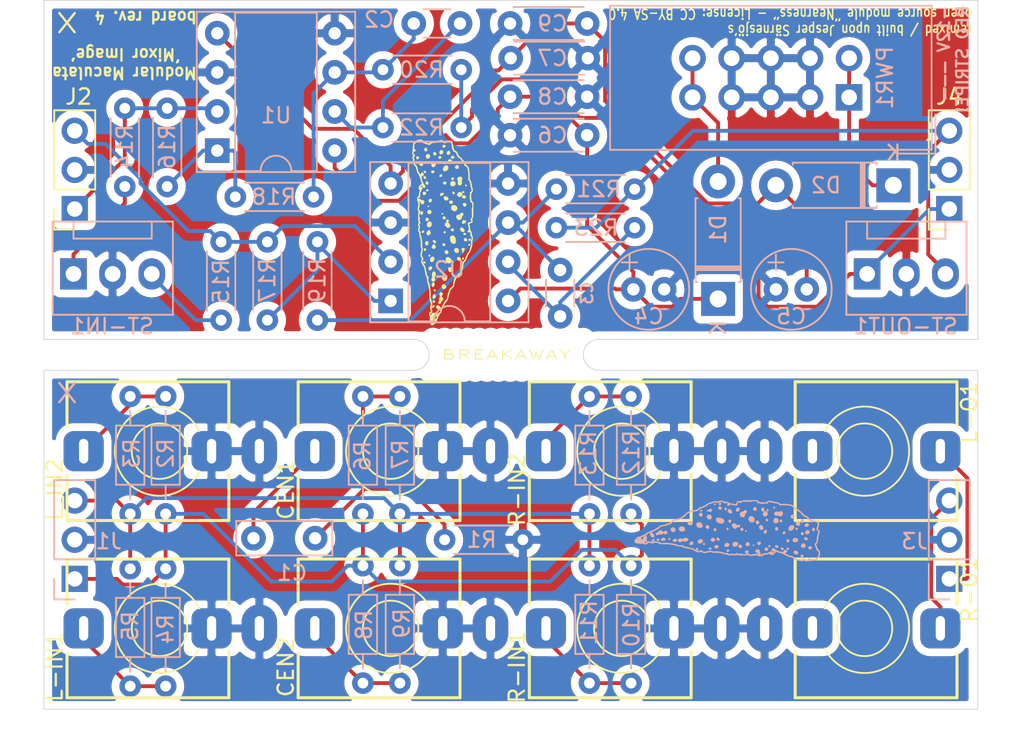
<source format=kicad_pcb>
(kicad_pcb (version 20171130) (host pcbnew "(5.1.2-1)-1")
  (layers (0 F.Cu signal) (31 B.Cu signal) (34 B.Paste user) (35 F.Paste user) (36 B.SilkS user) (37 F.SilkS user) (38 B.Mask user) (39 F.Mask user) (44 Edge.Cuts user))
  (net 0 "")
  (net 1 "Net-(C1-Pad1)")
  (net 2 "Net-(C1-Pad2)")
  (net 3 "Net-(C2-Pad1)")
  (net 4 "Net-(C2-Pad2)")
  (net 5 "Net-(C3-Pad2)")
  (net 6 "Net-(C3-Pad1)")
  (net 7 +12V)
  (net 8 GND)
  (net 9 -12V)
  (net 10 "Net-(CEN2-PadT)")
  (net 11 "Net-(D1-Pad2)")
  (net 12 "Net-(D2-Pad1)")
  (net 13 "Net-(J1-Pad3)")
  (net 14 "Net-(J1-Pad1)")
  (net 15 "Net-(J2-Pad3)")
  (net 16 "Net-(J2-Pad1)")
  (net 17 "Net-(J3-Pad1)")
  (net 18 "Net-(J3-Pad3)")
  (net 19 "Net-(J4-Pad1)")
  (net 20 "Net-(J4-Pad3)")
  (net 21 "Net-(L-IN1-PadT)")
  (net 22 "Net-(L-O1-PadTN)")
  (net 23 "Net-(L_IN2-PadT)")
  (net 24 "Net-(R-IN1-PadT)")
  (net 25 "Net-(R-IN2-PadT)")
  (net 26 "Net-(R14-Pad2)")
  (net 27 "Net-(R15-Pad1)")
  (net 28 "Net-(R16-Pad2)")
  (net 29 "Net-(R17-Pad2)")
  (net 30 "Net-(R-O1-PadTN)")
  (module MountingHole:MountingHole_0.5mm (layer F.Cu) (at 25 24)
    (fp_text reference REF** hide)
    (fp_text value 0.5mm_Hole hide)
    (pad "" np_thru_hole circle (at 0 0) (size 0.5 0.5) (drill 0.5) (layers *.Cu *.Mask))
  )
  (module MountingHole:MountingHole_0.5mm (layer F.Cu) (at 25.75 24)
    (fp_text reference REF** hide)
    (fp_text value 0.5mm_Hole hide)
    (pad "" np_thru_hole circle (at 0 0) (size 0.5 0.5) (drill 0.5) (layers *.Cu *.Mask))
  )
  (module MountingHole:MountingHole_0.5mm (layer F.Cu) (at 26.5 24)
    (fp_text reference REF** hide)
    (fp_text value 0.5mm_Hole hide)
    (pad "" np_thru_hole circle (at 0 0) (size 0.5 0.5) (drill 0.5) (layers *.Cu *.Mask))
  )
  (module MountingHole:MountingHole_0.5mm (layer F.Cu) (at 27.25 24)
    (fp_text reference REF** hide)
    (fp_text value 0.5mm_Hole hide)
    (pad "" np_thru_hole circle (at 0 0) (size 0.5 0.5) (drill 0.5) (layers *.Cu *.Mask))
  )
  (module MountingHole:MountingHole_0.5mm (layer F.Cu) (at 28 24)
    (fp_text reference REF** hide)
    (fp_text value 0.5mm_Hole hide)
    (pad "" np_thru_hole circle (at 0 0) (size 0.5 0.5) (drill 0.5) (layers *.Cu *.Mask))
  )
  (module MountingHole:MountingHole_0.5mm (layer F.Cu) (at 28.75 24)
    (fp_text reference REF** hide)
    (fp_text value 0.5mm_Hole hide)
    (pad "" np_thru_hole circle (at 0 0) (size 0.5 0.5) (drill 0.5) (layers *.Cu *.Mask))
  )
  (module MountingHole:MountingHole_0.5mm (layer F.Cu) (at 29.5 24)
    (fp_text reference REF** hide)
    (fp_text value 0.5mm_Hole hide)
    (pad "" np_thru_hole circle (at 0 0) (size 0.5 0.5) (drill 0.5) (layers *.Cu *.Mask))
  )
  (module MountingHole:MountingHole_0.5mm (layer F.Cu) (at 30.25 24)
    (fp_text reference REF** hide)
    (fp_text value 0.5mm_Hole hide)
    (pad "" np_thru_hole circle (at 0 0) (size 0.5 0.5) (drill 0.5) (layers *.Cu *.Mask))
  )
  (module MountingHole:MountingHole_0.5mm (layer F.Cu) (at 31 24)
    (fp_text reference REF** hide)
    (fp_text value 0.5mm_Hole hide)
    (pad "" np_thru_hole circle (at 0 0) (size 0.5 0.5) (drill 0.5) (layers *.Cu *.Mask))
  )
  (module MountingHole:MountingHole_0.5mm (layer F.Cu) (at 31.75 24)
    (fp_text reference REF** hide)
    (fp_text value 0.5mm_Hole hide)
    (pad "" np_thru_hole circle (at 0 0) (size 0.5 0.5) (drill 0.5) (layers *.Cu *.Mask))
  )
  (module MountingHole:MountingHole_0.5mm (layer F.Cu) (at 32.5 24)
    (fp_text reference REF** hide)
    (fp_text value 0.5mm_Hole hide)
    (pad "" np_thru_hole circle (at 0 0) (size 0.5 0.5) (drill 0.5) (layers *.Cu *.Mask))
  )
  (module MountingHole:MountingHole_0.5mm (layer F.Cu) (at 33.25 24)
    (fp_text reference REF** hide)
    (fp_text value 0.5mm_Hole hide)
    (pad "" np_thru_hole circle (at 0 0) (size 0.5 0.5) (drill 0.5) (layers *.Cu *.Mask))
  )
  (module MountingHole:MountingHole_0.5mm (layer F.Cu) (at 34 24)
    (fp_text reference REF** hide)
    (fp_text value 0.5mm_Hole hide)
    (pad "" np_thru_hole circle (at 0 0) (size 0.5 0.5) (drill 0.5) (layers *.Cu *.Mask))
  )
  (module MountingHole:MountingHole_0.5mm (layer F.Cu) (at 34.75 24)
    (fp_text reference REF** hide)
    (fp_text value 0.5mm_Hole hide)
    (pad "" np_thru_hole circle (at 0 0) (size 0.5 0.5) (drill 0.5) (layers *.Cu *.Mask))
  )
  (module MountingHole:MountingHole_0.5mm (layer F.Cu) (at 35 22)
    (fp_text reference REF** hide)
    (fp_text value 0.5mm_Hole hide)
    (pad "" np_thru_hole circle (at 0 0) (size 0.5 0.5) (drill 0.5) (layers *.Cu *.Mask))
  )
  (module MountingHole:MountingHole_0.5mm (layer F.Cu) (at 34.25 22)
    (fp_text reference REF** hide)
    (fp_text value 0.5mm_Hole hide)
    (pad "" np_thru_hole circle (at 0 0) (size 0.5 0.5) (drill 0.5) (layers *.Cu *.Mask))
  )
  (module MountingHole:MountingHole_0.5mm (layer F.Cu) (at 33.5 22)
    (fp_text reference REF** hide)
    (fp_text value 0.5mm_Hole hide)
    (pad "" np_thru_hole circle (at 0 0) (size 0.5 0.5) (drill 0.5) (layers *.Cu *.Mask))
  )
  (module MountingHole:MountingHole_0.5mm (layer F.Cu) (at 32.75 22)
    (fp_text reference REF** hide)
    (fp_text value 0.5mm_Hole hide)
    (pad "" np_thru_hole circle (at 0 0) (size 0.5 0.5) (drill 0.5) (layers *.Cu *.Mask))
  )
  (module MountingHole:MountingHole_0.5mm (layer F.Cu) (at 32 22)
    (fp_text reference REF** hide)
    (fp_text value 0.5mm_Hole hide)
    (pad "" np_thru_hole circle (at 0 0) (size 0.5 0.5) (drill 0.5) (layers *.Cu *.Mask))
  )
  (module MountingHole:MountingHole_0.5mm (layer F.Cu) (at 31.25 22)
    (fp_text reference REF** hide)
    (fp_text value 0.5mm_Hole hide)
    (pad "" np_thru_hole circle (at 0 0) (size 0.5 0.5) (drill 0.5) (layers *.Cu *.Mask))
  )
  (module MountingHole:MountingHole_0.5mm (layer F.Cu) (at 30.5 22)
    (fp_text reference REF** hide)
    (fp_text value 0.5mm_Hole hide)
    (pad "" np_thru_hole circle (at 0 0) (size 0.5 0.5) (drill 0.5) (layers *.Cu *.Mask))
  )
  (module MountingHole:MountingHole_0.5mm (layer F.Cu) (at 29.75 22)
    (fp_text reference REF** hide)
    (fp_text value 0.5mm_Hole hide)
    (pad "" np_thru_hole circle (at 0 0) (size 0.5 0.5) (drill 0.5) (layers *.Cu *.Mask))
  )
  (module MountingHole:MountingHole_0.5mm (layer F.Cu) (at 29 22)
    (fp_text reference REF** hide)
    (fp_text value 0.5mm_Hole hide)
    (pad "" np_thru_hole circle (at 0 0) (size 0.5 0.5) (drill 0.5) (layers *.Cu *.Mask))
  )
  (module MountingHole:MountingHole_0.5mm (layer F.Cu) (at 28.25 22)
    (fp_text reference REF** hide)
    (fp_text value 0.5mm_Hole hide)
    (pad "" np_thru_hole circle (at 0 0) (size 0.5 0.5) (drill 0.5) (layers *.Cu *.Mask))
  )
  (module MountingHole:MountingHole_0.5mm (layer F.Cu) (at 27.5 22)
    (fp_text reference REF** hide)
    (fp_text value 0.5mm_Hole hide)
    (pad "" np_thru_hole circle (at 0 0) (size 0.5 0.5) (drill 0.5) (layers *.Cu *.Mask))
  )
  (module MountingHole:MountingHole_0.5mm (layer F.Cu) (at 26.75 22)
    (fp_text reference REF** hide)
    (fp_text value 0.5mm_Hole hide)
    (pad "" np_thru_hole circle (at 0 0) (size 0.5 0.5) (drill 0.5) (layers *.Cu *.Mask))
  )
  (module MountingHole:MountingHole_0.5mm (layer F.Cu) (at 26 22)
    (fp_text reference REF** hide)
    (fp_text value 0.5mm_Hole hide)
    (pad "" np_thru_hole circle (at 0 0) (size 0.5 0.5) (drill 0.5) (layers *.Cu *.Mask))
  )
  (module MountingHole:MountingHole_0.5mm (layer F.Cu) (at 25.25 22)
    (fp_text reference REF** hide)
    (fp_text value 0.5mm_Hole hide)
    (pad "" np_thru_hole circle (at 0 0) (size 0.5 0.5) (drill 0.5) (layers *.Cu *.Mask))
  )
  (module "Nearness 1U:maculata_leaf_silk" (layer B.Cu) (at 44.3 34.3)
    (fp_text reference G*** hide)
    (fp_text value LOGO hide)
  )
  (module "Nearness 1U:maculata_logo_copper" (layer B.Cu) (at 54.1 29.2 180)
    (fp_text reference G*** hide)
    (fp_text value LOGO hide)
  )
  (module Resistor_THT:R_Axial_DIN0204_L3.6mm_D1.6mm_P7.62mm_Horizontal (layer B.Cu) (at 38.1 25.7 270)
    (fp_text reference R12 (at 3.634999 -0.024999 270) (layer B.SilkS) (effects (justify mirror)))
    (fp_text value 620K)
    (pad 2 thru_hole oval (at 7.62 0 270) (size 1.4 1.4) (drill 0.7) (layers *.Cu *.Mask) (net 14 "Net-(J1-Pad1)"))
    (pad 1 thru_hole circle (at 0 0 270) (size 1.4 1.4) (drill 0.7) (layers *.Cu *.Mask) (net 25 "Net-(R-IN2-PadT)"))
  )
  (module Resistor_THT:R_Axial_DIN0204_L3.6mm_D1.6mm_P7.62mm_Horizontal (layer B.Cu) (at 7.9 25.7 270)
    (fp_text reference R2 (at 3.7 0 270) (layer B.SilkS) (effects (justify mirror)))
    (fp_text value 102K)
    (pad 2 thru_hole oval (at 7.62 0 270) (size 1.4 1.4) (drill 0.7) (layers *.Cu *.Mask) (net 14 "Net-(J1-Pad1)"))
    (pad 1 thru_hole circle (at 0 0 270) (size 1.4 1.4) (drill 0.7) (layers *.Cu *.Mask) (net 23 "Net-(L_IN2-PadT)"))
  )
  (module Resistor_THT:R_Axial_DIN0204_L3.6mm_D1.6mm_P7.62mm_Horizontal (layer B.Cu) (at 35.4 25.7 270)
    (fp_text reference R13 (at 3.684999 0.075001 270) (layer B.SilkS) (effects (justify mirror)))
    (fp_text value 102K)
    (pad 2 thru_hole oval (at 7.62 0 270) (size 1.4 1.4) (drill 0.7) (layers *.Cu *.Mask) (net 13 "Net-(J1-Pad3)"))
    (pad 1 thru_hole circle (at 0 0 270) (size 1.4 1.4) (drill 0.7) (layers *.Cu *.Mask) (net 25 "Net-(R-IN2-PadT)"))
  )
  (module Resistor_THT:R_Axial_DIN0204_L3.6mm_D1.6mm_P7.62mm_Horizontal (layer B.Cu) (at 20.7 25.7 270)
    (fp_text reference R6 (at 3.864999 0.025001 270) (layer B.SilkS) (effects (justify mirror)))
    (fp_text value 110K)
    (pad 2 thru_hole oval (at 7.62 0 270) (size 1.4 1.4) (drill 0.7) (layers *.Cu *.Mask) (net 14 "Net-(J1-Pad1)"))
    (pad 1 thru_hole circle (at 0 0 270) (size 1.4 1.4) (drill 0.7) (layers *.Cu *.Mask) (net 2 "Net-(C1-Pad2)"))
  )
  (module Resistor_THT:R_Axial_DIN0204_L3.6mm_D1.6mm_P7.62mm_Horizontal (layer B.Cu) (at 23.1 25.7 270)
    (fp_text reference R7 (at 3.764999 -0.024999 270) (layer B.SilkS) (effects (justify mirror)))
    (fp_text value 110K)
    (pad 2 thru_hole oval (at 7.62 0 270) (size 1.4 1.4) (drill 0.7) (layers *.Cu *.Mask) (net 13 "Net-(J1-Pad3)"))
    (pad 1 thru_hole circle (at 0 0 270) (size 1.4 1.4) (drill 0.7) (layers *.Cu *.Mask) (net 2 "Net-(C1-Pad2)"))
  )
  (module Resistor_THT:R_Axial_DIN0204_L3.6mm_D1.6mm_P7.62mm_Horizontal (layer B.Cu) (at 20.7 44.3 90)
    (fp_text reference R8 (at 3.774999 0.075001 -90) (layer B.SilkS) (effects (justify mirror)))
    (fp_text value 110K)
    (pad 2 thru_hole oval (at 7.62 0 90) (size 1.4 1.4) (drill 0.7) (layers *.Cu *.Mask) (net 14 "Net-(J1-Pad1)"))
    (pad 1 thru_hole circle (at 0 0 90) (size 1.4 1.4) (drill 0.7) (layers *.Cu *.Mask) (net 10 "Net-(CEN2-PadT)"))
  )
  (module Resistor_THT:R_Axial_DIN0204_L3.6mm_D1.6mm_P7.62mm_Horizontal (layer B.Cu) (at 23.1 44.3 90)
    (fp_text reference R9 (at 3.874999 0.125001 -90) (layer B.SilkS) (effects (justify mirror)))
    (fp_text value 110K)
    (pad 2 thru_hole oval (at 7.62 0 90) (size 1.4 1.4) (drill 0.7) (layers *.Cu *.Mask) (net 13 "Net-(J1-Pad3)"))
    (pad 1 thru_hole circle (at 0 0 90) (size 1.4 1.4) (drill 0.7) (layers *.Cu *.Mask) (net 10 "Net-(CEN2-PadT)"))
  )
  (module Resistor_THT:R_Axial_DIN0204_L3.6mm_D1.6mm_P7.62mm_Horizontal (layer B.Cu) (at 5.6 44.5 90)
    (fp_text reference R5 (at 3.9 0 270) (layer B.SilkS) (effects (justify mirror)))
    (fp_text value 220K)
    (pad 2 thru_hole oval (at 7.62 0 90) (size 1.4 1.4) (drill 0.7) (layers *.Cu *.Mask) (net 13 "Net-(J1-Pad3)"))
    (pad 1 thru_hole circle (at 0 0 90) (size 1.4 1.4) (drill 0.7) (layers *.Cu *.Mask) (net 21 "Net-(L-IN1-PadT)"))
  )
  (module Resistor_THT:R_Axial_DIN0204_L3.6mm_D1.6mm_P7.62mm_Horizontal (layer B.Cu) (at 38.1 44.3 90)
    (fp_text reference R10 (at 3.784999 0.025001 270) (layer B.SilkS) (effects (justify mirror)))
    (fp_text value 220K)
    (pad 2 thru_hole oval (at 7.62 0 90) (size 1.4 1.4) (drill 0.7) (layers *.Cu *.Mask) (net 14 "Net-(J1-Pad1)"))
    (pad 1 thru_hole circle (at 0 0 90) (size 1.4 1.4) (drill 0.7) (layers *.Cu *.Mask) (net 24 "Net-(R-IN1-PadT)"))
  )
  (module Resistor_THT:R_Axial_DIN0204_L3.6mm_D1.6mm_P7.62mm_Horizontal (layer B.Cu) (at 7.9 44.5 90)
    (fp_text reference R4 (at 3.7 0 270) (layer B.SilkS) (effects (justify mirror)))
    (fp_text value 113K)
    (pad 2 thru_hole oval (at 7.62 0 90) (size 1.4 1.4) (drill 0.7) (layers *.Cu *.Mask) (net 14 "Net-(J1-Pad1)"))
    (pad 1 thru_hole circle (at 0 0 90) (size 1.4 1.4) (drill 0.7) (layers *.Cu *.Mask) (net 21 "Net-(L-IN1-PadT)"))
  )
  (module Resistor_THT:R_Axial_DIN0204_L3.6mm_D1.6mm_P7.62mm_Horizontal (layer B.Cu) (at 35.4 44.3 90)
    (fp_text reference R11 (at 3.924999 -0.024999 -90) (layer B.SilkS) (effects (justify mirror)))
    (fp_text value 113K)
    (pad 2 thru_hole oval (at 7.62 0 90) (size 1.4 1.4) (drill 0.7) (layers *.Cu *.Mask) (net 13 "Net-(J1-Pad3)"))
    (pad 1 thru_hole circle (at 0 0 90) (size 1.4 1.4) (drill 0.7) (layers *.Cu *.Mask) (net 24 "Net-(R-IN1-PadT)"))
  )
  (module Resistor_THT:R_Axial_DIN0204_L3.6mm_D1.6mm_P7.62mm_Horizontal (layer B.Cu) (at 5.6 25.7 270)
    (fp_text reference R3 (at 3.7 -0.1 270) (layer B.SilkS) (effects (justify mirror)))
    (fp_text value 620K)
    (pad 2 thru_hole oval (at 7.62 0 270) (size 1.4 1.4) (drill 0.7) (layers *.Cu *.Mask) (net 13 "Net-(J1-Pad3)"))
    (pad 1 thru_hole circle (at 0 0 270) (size 1.4 1.4) (drill 0.7) (layers *.Cu *.Mask) (net 23 "Net-(L_IN2-PadT)"))
  )
  (module "Nearness 1U:maculata_leaf_silk" (layer F.Cu) (at 26 15.1 90)
    (fp_text reference G*** hide)
    (fp_text value LOGO hide)
  )
  (module "Nearness 1U:maculata_logo_copper" (layer B.Cu) (at 4.75 3.25 270)
    (fp_text reference G*** hide)
    (fp_text value LOGO hide)
  )
  (module Capacitor_THT:C_Disc_D4.3mm_W1.9mm_P5.00mm (layer B.Cu) (at 30.25 1.5)
    (fp_text reference C9 (at 2.75 0) (layer B.SilkS) (effects (justify mirror)))
    (fp_text value 100nF)
    (pad 2 thru_hole circle (at 5 0) (size 1.6 1.6) (drill 0.8) (layers *.Cu *.Mask) (net 9 -12V))
    (pad 1 thru_hole circle (at 0 0) (size 1.6 1.6) (drill 0.8) (layers *.Cu *.Mask) (net 8 GND))
  )
  (module Capacitor_THT:C_Disc_D4.3mm_W1.9mm_P5.00mm (layer B.Cu) (at 35.25 8.75 180)
    (fp_text reference C6 (at 2.25 0 180) (layer B.SilkS) (effects (justify mirror)))
    (fp_text value 100nF)
    (pad 2 thru_hole circle (at 5 0 180) (size 1.6 1.6) (drill 0.8) (layers *.Cu *.Mask) (net 8 GND))
    (pad 1 thru_hole circle (at 0 0 180) (size 1.6 1.6) (drill 0.8) (layers *.Cu *.Mask) (net 7 +12V))
  )
  (module Capacitor_THT:C_Disc_D4.3mm_W1.9mm_P5.00mm (layer B.Cu) (at 35.29 3.75 180)
    (fp_text reference C7 (at 2.29 0) (layer B.SilkS) (effects (justify mirror)))
    (fp_text value 100nF)
    (pad 2 thru_hole circle (at 5 0 180) (size 1.6 1.6) (drill 0.8) (layers *.Cu *.Mask) (net 9 -12V))
    (pad 1 thru_hole circle (at 0 0 180) (size 1.6 1.6) (drill 0.8) (layers *.Cu *.Mask) (net 8 GND))
  )
  (module Capacitor_THT:C_Disc_D4.3mm_W1.9mm_P5.00mm (layer B.Cu) (at 30.25 6.25)
    (fp_text reference C8 (at 2.75 0) (layer B.SilkS) (effects (justify mirror)))
    (fp_text value 100nF)
    (pad 2 thru_hole circle (at 5 0) (size 1.6 1.6) (drill 0.8) (layers *.Cu *.Mask) (net 8 GND))
    (pad 1 thru_hole circle (at 0 0) (size 1.6 1.6) (drill 0.8) (layers *.Cu *.Mask) (net 7 +12V))
  )
  (module Diode_THT:D_DO-41_SOD81_P7.62mm_Horizontal (layer B.Cu) (at 55.12 12 180)
    (fp_text reference D2 (at 4.37 0) (layer B.SilkS) (effects (justify mirror)))
    (fp_text value 1N5819)
    (fp_text user K (at 0 2.1) (layer B.SilkS) (effects (justify mirror)))
    (pad 2 thru_hole oval (at 7.62 0 180) (size 2.2 2.2) (drill 1.1) (layers *.Cu *.Mask) (net 9 -12V))
    (pad 1 thru_hole rect (at 0 0 180) (size 2.2 2.2) (drill 1.1) (layers *.Cu *.Mask) (net 12 "Net-(D2-Pad1)"))
  )
  (module Diode_THT:D_DO-41_SOD81_P7.62mm_Horizontal (layer B.Cu) (at 43.75 19.37 90)
    (fp_text reference D1 (at 4.5 0 -90) (layer B.SilkS) (effects (justify mirror)))
    (fp_text value 1N5819)
    (fp_text user K (at -1.88 0 -90) (layer B.SilkS) (effects (justify mirror)))
    (pad 2 thru_hole oval (at 7.62 0 90) (size 2.2 2.2) (drill 1.1) (layers *.Cu *.Mask) (net 11 "Net-(D1-Pad2)"))
    (pad 1 thru_hole rect (at 0 0 90) (size 2.2 2.2) (drill 1.1) (layers *.Cu *.Mask) (net 7 +12V))
  )
  (module Resistor_THT:R_Axial_DIN0204_L3.6mm_D1.6mm_P5.08mm_Horizontal (layer B.Cu) (at 33.25 12.25)
    (fp_text reference R21 (at 2.75 0 180) (layer B.SilkS) (effects (justify mirror)))
    (fp_text value 100K)
    (pad 2 thru_hole oval (at 5.08 0) (size 1.4 1.4) (drill 0.7) (layers *.Cu *.Mask) (net 20 "Net-(J4-Pad3)"))
    (pad 1 thru_hole circle (at 0 0) (size 1.4 1.4) (drill 0.7) (layers *.Cu *.Mask) (net 6 "Net-(C3-Pad1)"))
  )
  (module Resistor_THT:R_Axial_DIN0204_L3.6mm_D1.6mm_P5.08mm_Horizontal (layer B.Cu) (at 38.33 14.75 180)
    (fp_text reference R23 (at 2.5 0 180) (layer B.SilkS) (effects (justify mirror)))
    (fp_text value 1K)
    (pad 2 thru_hole oval (at 5.08 0 180) (size 1.4 1.4) (drill 0.7) (layers *.Cu *.Mask) (net 20 "Net-(J4-Pad3)"))
    (pad 1 thru_hole circle (at 0 0 180) (size 1.4 1.4) (drill 0.7) (layers *.Cu *.Mask) (net 5 "Net-(C3-Pad2)"))
  )
  (module Resistor_THT:R_Axial_DIN0204_L3.6mm_D1.6mm_P5.08mm_Horizontal (layer B.Cu) (at 17.75 15.67 270)
    (fp_text reference R19 (at 2.5 0 270) (layer B.SilkS) (effects (justify mirror)))
    (fp_text value 100K)
    (pad 2 thru_hole oval (at 5.08 0 270) (size 1.4 1.4) (drill 0.7) (layers *.Cu *.Mask) (net 6 "Net-(C3-Pad1)"))
    (pad 1 thru_hole circle (at 0 0 270) (size 1.4 1.4) (drill 0.7) (layers *.Cu *.Mask) (net 29 "Net-(R17-Pad2)"))
  )
  (module Resistor_THT:R_Axial_DIN0204_L3.6mm_D1.6mm_P5.08mm_Horizontal (layer B.Cu) (at 11.5 20.75 90)
    (fp_text reference R15 (at 2.5 0 90) (layer B.SilkS) (effects (justify mirror)))
    (fp_text value 100K)
    (pad 2 thru_hole oval (at 5.08 0 90) (size 1.4 1.4) (drill 0.7) (layers *.Cu *.Mask) (net 15 "Net-(J2-Pad3)"))
    (pad 1 thru_hole circle (at 0 0 90) (size 1.4 1.4) (drill 0.7) (layers *.Cu *.Mask) (net 27 "Net-(R15-Pad1)"))
  )
  (module Resistor_THT:R_Axial_DIN0204_L3.6mm_D1.6mm_P5.08mm_Horizontal (layer B.Cu) (at 14.5 15.67 270)
    (fp_text reference R17 (at 2.5 0 90) (layer B.SilkS) (effects (justify mirror)))
    (fp_text value 100K)
    (pad 2 thru_hole oval (at 5.08 0 270) (size 1.4 1.4) (drill 0.7) (layers *.Cu *.Mask) (net 29 "Net-(R17-Pad2)"))
    (pad 1 thru_hole circle (at 0 0 270) (size 1.4 1.4) (drill 0.7) (layers *.Cu *.Mask) (net 15 "Net-(J2-Pad3)"))
  )
  (module Resistor_THT:R_Axial_DIN0204_L3.6mm_D1.6mm_P5.08mm_Horizontal (layer B.Cu) (at 22 4.5)
    (fp_text reference R20 (at 2.5 0) (layer B.SilkS) (effects (justify mirror)))
    (fp_text value 100K)
    (pad 2 thru_hole oval (at 5.08 0) (size 1.4 1.4) (drill 0.7) (layers *.Cu *.Mask) (net 19 "Net-(J4-Pad1)"))
    (pad 1 thru_hole circle (at 0 0) (size 1.4 1.4) (drill 0.7) (layers *.Cu *.Mask) (net 3 "Net-(C2-Pad1)"))
  )
  (module Resistor_THT:R_Axial_DIN0204_L3.6mm_D1.6mm_P5.08mm_Horizontal (layer B.Cu) (at 5.25 7 270)
    (fp_text reference R14 (at 2.5 0 90) (layer B.SilkS) (effects (justify mirror)))
    (fp_text value 100K)
    (pad 2 thru_hole oval (at 5.08 0 270) (size 1.4 1.4) (drill 0.7) (layers *.Cu *.Mask) (net 26 "Net-(R14-Pad2)"))
    (pad 1 thru_hole circle (at 0 0 270) (size 1.4 1.4) (drill 0.7) (layers *.Cu *.Mask) (net 16 "Net-(J2-Pad1)"))
  )
  (module Resistor_THT:R_Axial_DIN0204_L3.6mm_D1.6mm_P5.08mm_Horizontal (layer B.Cu) (at 8 7 270)
    (fp_text reference R16 (at 2.5 0 270) (layer B.SilkS) (effects (justify mirror)))
    (fp_text value 100K)
    (pad 2 thru_hole oval (at 5.08 0 270) (size 1.4 1.4) (drill 0.7) (layers *.Cu *.Mask) (net 28 "Net-(R16-Pad2)"))
    (pad 1 thru_hole circle (at 0 0 270) (size 1.4 1.4) (drill 0.7) (layers *.Cu *.Mask) (net 16 "Net-(J2-Pad1)"))
  )
  (module Resistor_THT:R_Axial_DIN0204_L3.6mm_D1.6mm_P5.08mm_Horizontal (layer B.Cu) (at 12.42 12.75)
    (fp_text reference R18 (at 2.5 0 180) (layer B.SilkS) (effects (justify mirror)))
    (fp_text value 100K)
    (pad 2 thru_hole oval (at 5.08 0) (size 1.4 1.4) (drill 0.7) (layers *.Cu *.Mask) (net 3 "Net-(C2-Pad1)"))
    (pad 1 thru_hole circle (at 0 0) (size 1.4 1.4) (drill 0.7) (layers *.Cu *.Mask) (net 28 "Net-(R16-Pad2)"))
  )
  (module Resistor_THT:R_Axial_DIN0204_L3.6mm_D1.6mm_P5.08mm_Horizontal (layer B.Cu) (at 22 8.25)
    (fp_text reference R22 (at 2.5 0) (layer B.SilkS) (effects (justify mirror)))
    (fp_text value 1K)
    (pad 2 thru_hole oval (at 5.08 0) (size 1.4 1.4) (drill 0.7) (layers *.Cu *.Mask) (net 19 "Net-(J4-Pad1)"))
    (pad 1 thru_hole circle (at 0 0) (size 1.4 1.4) (drill 0.7) (layers *.Cu *.Mask) (net 4 "Net-(C2-Pad2)"))
  )
  (module Capacitor_THT:C_Disc_D4.0mm_W1.6mm_P3.0mm (layer B.Cu) (at 33.5 17.5 270)
    (fp_text reference C3 (at 1.5 -1.75 90) (layer B.SilkS) (effects (font (size 0.75 0.75)) (justify mirror)))
    (fp_text value 22pF)
    (pad 2 thru_hole circle (at 3 0 270) (size 1.6 1.6) (drill 0.8) (layers *.Cu *.Mask) (net 5 "Net-(C3-Pad2)"))
    (pad 1 thru_hole circle (at 0 0 270) (size 1.6 1.6) (drill 0.8) (layers *.Cu *.Mask) (net 6 "Net-(C3-Pad1)"))
  )
  (module Package_DIP:DIP-8_W7.62mm_Socket (layer B.Cu) (at 11.25 9.75)
    (fp_text reference U1 (at 3.81 -2.286) (layer B.SilkS) (effects (justify mirror)))
    (fp_text value TL072)
    (pad 8 thru_hole oval (at 7.62 0) (size 1.6 1.6) (drill 0.8) (layers *.Cu *.Mask) (net 7 +12V))
    (pad 4 thru_hole oval (at 0 -7.62) (size 1.6 1.6) (drill 0.8) (layers *.Cu *.Mask) (net 9 -12V))
    (pad 7 thru_hole oval (at 7.62 -2.54) (size 1.6 1.6) (drill 0.8) (layers *.Cu *.Mask) (net 4 "Net-(C2-Pad2)"))
    (pad 3 thru_hole oval (at 0 -5.08) (size 1.6 1.6) (drill 0.8) (layers *.Cu *.Mask) (net 8 GND))
    (pad 6 thru_hole oval (at 7.62 -5.08) (size 1.6 1.6) (drill 0.8) (layers *.Cu *.Mask) (net 3 "Net-(C2-Pad1)"))
    (pad 2 thru_hole oval (at 0 -2.54) (size 1.6 1.6) (drill 0.8) (layers *.Cu *.Mask) (net 16 "Net-(J2-Pad1)"))
    (pad 5 thru_hole oval (at 7.62 -7.62) (size 1.6 1.6) (drill 0.8) (layers *.Cu *.Mask) (net 8 GND))
    (pad 1 thru_hole rect (at 0 0) (size 1.6 1.6) (drill 0.8) (layers *.Cu *.Mask) (net 28 "Net-(R16-Pad2)"))
  )
  (module Package_DIP:DIP-8_W7.62mm_Socket (layer B.Cu) (at 22.5 19.5)
    (fp_text reference U2 (at 3.81 -2.032 180) (layer B.SilkS) (effects (justify mirror)))
    (fp_text value TL072)
    (pad 1 thru_hole rect (at 0 0) (size 1.6 1.6) (drill 0.8) (layers *.Cu *.Mask) (net 29 "Net-(R17-Pad2)"))
    (pad 5 thru_hole oval (at 7.62 -7.62) (size 1.6 1.6) (drill 0.8) (layers *.Cu *.Mask) (net 8 GND))
    (pad 2 thru_hole oval (at 0 -2.54) (size 1.6 1.6) (drill 0.8) (layers *.Cu *.Mask) (net 15 "Net-(J2-Pad3)"))
    (pad 6 thru_hole oval (at 7.62 -5.08) (size 1.6 1.6) (drill 0.8) (layers *.Cu *.Mask) (net 6 "Net-(C3-Pad1)"))
    (pad 3 thru_hole oval (at 0 -5.08) (size 1.6 1.6) (drill 0.8) (layers *.Cu *.Mask) (net 8 GND))
    (pad 7 thru_hole oval (at 7.62 -2.54) (size 1.6 1.6) (drill 0.8) (layers *.Cu *.Mask) (net 5 "Net-(C3-Pad2)"))
    (pad 4 thru_hole oval (at 0 -7.62) (size 1.6 1.6) (drill 0.8) (layers *.Cu *.Mask) (net 9 -12V))
    (pad 8 thru_hole oval (at 7.62 0) (size 1.6 1.6) (drill 0.8) (layers *.Cu *.Mask) (net 7 +12V))
  )
  (module Connector_IDC:IDC-Header_2x05_P2.54mm_Vertical (layer B.Cu) (at 52.25 6.29 90)
    (fp_text reference PWR1 (at 1.27 2.33 90) (layer B.SilkS) (effects (justify mirror)))
    (fp_text value Conn_02x05_Odd_Even)
    (pad 10 thru_hole oval (at 2.54 -10.16 90) (size 1.7272 1.7272) (drill 1.016) (layers *.Cu *.Mask) (net 11 "Net-(D1-Pad2)"))
    (pad 9 thru_hole oval (at 0 -10.16 90) (size 1.7272 1.7272) (drill 1.016) (layers *.Cu *.Mask) (net 11 "Net-(D1-Pad2)"))
    (pad 8 thru_hole oval (at 2.54 -7.62 90) (size 1.7272 1.7272) (drill 1.016) (layers *.Cu *.Mask) (net 8 GND))
    (pad 7 thru_hole oval (at 0 -7.62 90) (size 1.7272 1.7272) (drill 1.016) (layers *.Cu *.Mask) (net 8 GND))
    (pad 6 thru_hole oval (at 2.54 -5.08 90) (size 1.7272 1.7272) (drill 1.016) (layers *.Cu *.Mask) (net 8 GND))
    (pad 5 thru_hole oval (at 0 -5.08 90) (size 1.7272 1.7272) (drill 1.016) (layers *.Cu *.Mask) (net 8 GND))
    (pad 4 thru_hole oval (at 2.54 -2.54 90) (size 1.7272 1.7272) (drill 1.016) (layers *.Cu *.Mask) (net 8 GND))
    (pad 3 thru_hole oval (at 0 -2.54 90) (size 1.7272 1.7272) (drill 1.016) (layers *.Cu *.Mask) (net 8 GND))
    (pad 2 thru_hole oval (at 2.54 0 90) (size 1.7272 1.7272) (drill 1.016) (layers *.Cu *.Mask) (net 12 "Net-(D2-Pad1)"))
    (pad 1 thru_hole rect (at 0 0 90) (size 1.7272 1.7272) (drill 1.016) (layers *.Cu *.Mask) (net 12 "Net-(D2-Pad1)"))
  )
  (module Resistor_THT:R_Axial_DIN0204_L3.6mm_D1.6mm_P5.08mm_Horizontal (layer B.Cu) (at 26 35)
    (fp_text reference R1 (at 2.4 0) (layer B.SilkS) (effects (justify mirror)))
    (fp_text value 180K)
    (pad 2 thru_hole oval (at 5.08 0) (size 1.4 1.4) (drill 0.7) (layers *.Cu *.Mask) (net 8 GND))
    (pad 1 thru_hole circle (at 0 0) (size 1.4 1.4) (drill 0.7) (layers *.Cu *.Mask) (net 2 "Net-(C1-Pad2)"))
  )
  (module Capacitor_THT:C_Rect_L4.0mm_W2.0mm_P4.00mm (layer B.Cu) (at 13.6 34.9)
    (fp_text reference C1 (at 2.5 2.25) (layer B.SilkS) (effects (justify mirror)))
    (fp_text value 5.6nF)
    (pad 1 thru_hole circle (at 0 0) (size 1.6 1.6) (drill 0.8) (layers *.Cu *.Mask) (net 1 "Net-(C1-Pad1)"))
    (pad 2 thru_hole circle (at 4 0) (size 1.6 1.6) (drill 0.8) (layers *.Cu *.Mask) (net 2 "Net-(C1-Pad2)"))
  )
  (module Capacitor_THT:C_Disc_D4.0mm_W1.6mm_P3.0mm (layer B.Cu) (at 24 1.5)
    (fp_text reference C2 (at -2.25 -0.25) (layer B.SilkS) (effects (justify mirror)))
    (fp_text value 22pF)
    (pad 1 thru_hole circle (at 0 0) (size 1.6 1.6) (drill 0.8) (layers *.Cu *.Mask) (net 3 "Net-(C2-Pad1)"))
    (pad 2 thru_hole circle (at 3 0) (size 1.6 1.6) (drill 0.8) (layers *.Cu *.Mask) (net 4 "Net-(C2-Pad2)"))
  )
  (module Capacitor_THT:C_Radial_D5.0mm_H11.0mm_P2.00mm (layer B.Cu) (at 38.25 18.75)
    (fp_text reference C4 (at 1 1.75) (layer B.SilkS) (effects (justify mirror)))
    (fp_text value 22uF)
    (pad 1 thru_hole circle (at 0 0) (size 1.6 1.6) (drill 0.8) (layers *.Cu *.Mask) (net 7 +12V))
    (pad 2 thru_hole circle (at 2 0) (size 1.6 1.6) (drill 0.8) (layers *.Cu *.Mask) (net 8 GND))
  )
  (module Capacitor_THT:C_Radial_D5.0mm_H11.0mm_P2.00mm (layer B.Cu) (at 47.5 18.75)
    (fp_text reference C5 (at 1 1.75 180) (layer B.SilkS) (effects (justify mirror)))
    (fp_text value 22uF)
    (pad 2 thru_hole circle (at 2 0) (size 1.6 1.6) (drill 0.8) (layers *.Cu *.Mask) (net 9 -12V))
    (pad 1 thru_hole circle (at 0 0) (size 1.6 1.6) (drill 0.8) (layers *.Cu *.Mask) (net 8 GND))
  )
  (module AudioJacks:Jack_3.5mm_QingPu_WQP-PJ398SM_Vertical (layer F.Cu) (at 22.5 29.25 90)
    (fp_text reference CEN1 (at -2.5 -6.8 90) (layer F.SilkS))
    (fp_text value AudioJack2_SwitchT)
    (pad TN thru_hole roundrect (at 0 3.38 90) (size 2.6 2.6) (drill oval 1.6 0.6) (layers *.Cu *.Mask) (net 8 GND))
    (pad S thru_hole oval (at 0 6.48 90) (size 3.1 2.3) (drill oval 1.6 0.6) (layers *.Cu *.Mask) (net 8 GND))
    (pad T thru_hole roundrect (at 0 -4.92 90) (size 2.6 2.6) (drill oval 1.6 0.6) (layers *.Cu *.Mask) (net 1 "Net-(C1-Pad1)"))
  )
  (module AudioJacks:Jack_3.5mm_QingPu_WQP-PJ398SM_Vertical (layer F.Cu) (at 22.5 40.75 90)
    (fp_text reference CEN2 (at -2.5 -6.8 90) (layer F.SilkS))
    (fp_text value AudioJack2_SwitchT)
    (pad T thru_hole roundrect (at 0 -4.92 90) (size 2.6 2.6) (drill oval 1.6 0.6) (layers *.Cu *.Mask) (net 10 "Net-(CEN2-PadT)"))
    (pad S thru_hole oval (at 0 6.48 90) (size 3.1 2.3) (drill oval 1.6 0.6) (layers *.Cu *.Mask) (net 8 GND))
    (pad TN thru_hole roundrect (at 0 3.38 90) (size 2.6 2.6) (drill oval 1.6 0.6) (layers *.Cu *.Mask) (net 8 GND))
  )
  (module Connector_PinHeader_2.54mm:PinHeader_1x03_P2.54mm_Vertical (layer B.Cu) (at 2 37.54)
    (fp_text reference J1 (at 2.2 -2.44) (layer B.SilkS) (effects (justify mirror)))
    (fp_text value Conn_01x03_Male)
    (pad 3 thru_hole oval (at 0 -5.08) (size 1.7 1.7) (drill 1) (layers *.Cu *.Mask) (net 13 "Net-(J1-Pad3)"))
    (pad 2 thru_hole oval (at 0 -2.54) (size 1.7 1.7) (drill 1) (layers *.Cu *.Mask) (net 8 GND))
    (pad 1 thru_hole rect (at 0 0) (size 1.7 1.7) (drill 1) (layers *.Cu *.Mask) (net 14 "Net-(J1-Pad1)"))
  )
  (module Connector_PinSocket_2.54mm:PinSocket_1x03_P2.54mm_Vertical (layer F.Cu) (at 2 13.54 180)
    (fp_text reference J2 (at -0.25 7.29) (layer F.SilkS))
    (fp_text value Conn_01x03_Female)
    (pad 3 thru_hole oval (at 0 5.08 180) (size 1.7 1.7) (drill 1) (layers *.Cu *.Mask) (net 15 "Net-(J2-Pad3)"))
    (pad 2 thru_hole oval (at 0 2.54 180) (size 1.7 1.7) (drill 1) (layers *.Cu *.Mask) (net 8 GND))
    (pad 1 thru_hole rect (at 0 0 180) (size 1.7 1.7) (drill 1) (layers *.Cu *.Mask) (net 16 "Net-(J2-Pad1)"))
  )
  (module Connector_PinHeader_2.54mm:PinHeader_1x03_P2.54mm_Vertical (layer B.Cu) (at 58.75 37.54)
    (fp_text reference J3 (at -2.25 -2.44) (layer B.SilkS) (effects (justify mirror)))
    (fp_text value Conn_01x03_Male)
    (pad 1 thru_hole rect (at 0 0) (size 1.7 1.7) (drill 1) (layers *.Cu *.Mask) (net 17 "Net-(J3-Pad1)"))
    (pad 2 thru_hole oval (at 0 -2.54) (size 1.7 1.7) (drill 1) (layers *.Cu *.Mask) (net 8 GND))
    (pad 3 thru_hole oval (at 0 -5.08) (size 1.7 1.7) (drill 1) (layers *.Cu *.Mask) (net 18 "Net-(J3-Pad3)"))
  )
  (module Connector_PinSocket_2.54mm:PinSocket_1x03_P2.54mm_Vertical (layer F.Cu) (at 58.75 13.54 180)
    (fp_text reference J4 (at 0 7.29) (layer F.SilkS))
    (fp_text value Conn_01x03_Female)
    (pad 1 thru_hole rect (at 0 0 180) (size 1.7 1.7) (drill 1) (layers *.Cu *.Mask) (net 19 "Net-(J4-Pad1)"))
    (pad 2 thru_hole oval (at 0 2.54 180) (size 1.7 1.7) (drill 1) (layers *.Cu *.Mask) (net 8 GND))
    (pad 3 thru_hole oval (at 0 5.08 180) (size 1.7 1.7) (drill 1) (layers *.Cu *.Mask) (net 20 "Net-(J4-Pad3)"))
  )
  (module AudioJacks:Jack_3.5mm_QingPu_WQP-PJ398SM_Vertical (layer F.Cu) (at 7.5 40.75 90)
    (fp_text reference L-IN1 (at -2.5 -6.8 90) (layer F.SilkS))
    (fp_text value AudioJack2_SwitchT)
    (pad T thru_hole roundrect (at 0 -4.92 90) (size 2.6 2.6) (drill oval 1.6 0.6) (layers *.Cu *.Mask) (net 21 "Net-(L-IN1-PadT)"))
    (pad S thru_hole oval (at 0 6.48 90) (size 3.1 2.3) (drill oval 1.6 0.6) (layers *.Cu *.Mask) (net 8 GND))
    (pad TN thru_hole roundrect (at 0 3.38 90) (size 2.6 2.6) (drill oval 1.6 0.6) (layers *.Cu *.Mask) (net 8 GND))
  )
  (module AudioJacks:Jack_3.5mm_QingPu_WQP-PJ398SM_Vertical (layer F.Cu) (at 53.25 29.25 270)
    (fp_text reference L-O1 (at -2.5 -6.8 90) (layer F.SilkS))
    (fp_text value AudioJack2_SwitchT)
    (pad TN thru_hole roundrect (at 0 3.38 270) (size 2.6 2.6) (drill oval 1.6 0.6) (layers *.Cu *.Mask) (net 22 "Net-(L-O1-PadTN)"))
    (pad S thru_hole oval (at 0 6.48 270) (size 3.1 2.3) (drill oval 1.6 0.6) (layers *.Cu *.Mask) (net 8 GND))
    (pad T thru_hole roundrect (at 0 -4.92 270) (size 2.6 2.6) (drill oval 1.6 0.6) (layers *.Cu *.Mask) (net 17 "Net-(J3-Pad1)"))
  )
  (module AudioJacks:Jack_3.5mm_QingPu_WQP-PJ398SM_Vertical (layer F.Cu) (at 7.5 29.25 90)
    (fp_text reference L_IN2 (at -2.5 -6.8 90) (layer F.SilkS))
    (fp_text value AudioJack2_SwitchT)
    (pad TN thru_hole roundrect (at 0 3.38 90) (size 2.6 2.6) (drill oval 1.6 0.6) (layers *.Cu *.Mask) (net 8 GND))
    (pad S thru_hole oval (at 0 6.48 90) (size 3.1 2.3) (drill oval 1.6 0.6) (layers *.Cu *.Mask) (net 8 GND))
    (pad T thru_hole roundrect (at 0 -4.92 90) (size 2.6 2.6) (drill oval 1.6 0.6) (layers *.Cu *.Mask) (net 23 "Net-(L_IN2-PadT)"))
  )
  (module AudioJacks:Jack_3.5mm_QingPu_WQP-PJ398SM_Vertical (layer F.Cu) (at 37.5 40.75 90)
    (fp_text reference R-IN1 (at -2.5 -6.8 90) (layer F.SilkS))
    (fp_text value AudioJack2_SwitchT)
    (pad TN thru_hole roundrect (at 0 3.38 90) (size 2.6 2.6) (drill oval 1.6 0.6) (layers *.Cu *.Mask) (net 8 GND))
    (pad S thru_hole oval (at 0 6.48 90) (size 3.1 2.3) (drill oval 1.6 0.6) (layers *.Cu *.Mask) (net 8 GND))
    (pad T thru_hole roundrect (at 0 -4.92 90) (size 2.6 2.6) (drill oval 1.6 0.6) (layers *.Cu *.Mask) (net 24 "Net-(R-IN1-PadT)"))
  )
  (module AudioJacks:Jack_3.5mm_QingPu_WQP-PJ398SM_Vertical (layer F.Cu) (at 37.5 29.25 90)
    (fp_text reference R-IN2 (at -2.5 -6.8 90) (layer F.SilkS))
    (fp_text value AudioJack2_SwitchT)
    (pad T thru_hole roundrect (at 0 -4.92 90) (size 2.6 2.6) (drill oval 1.6 0.6) (layers *.Cu *.Mask) (net 25 "Net-(R-IN2-PadT)"))
    (pad S thru_hole oval (at 0 6.48 90) (size 3.1 2.3) (drill oval 1.6 0.6) (layers *.Cu *.Mask) (net 8 GND))
    (pad TN thru_hole roundrect (at 0 3.38 90) (size 2.6 2.6) (drill oval 1.6 0.6) (layers *.Cu *.Mask) (net 8 GND))
  )
  (module AudioJacks:Jack_3.5mm_QingPu_WQP-PJ398SM_Vertical (layer F.Cu) (at 53.25 40.75 270)
    (fp_text reference R-O1 (at -2.5 -6.8 90) (layer F.SilkS))
    (fp_text value AudioJack2_SwitchT)
    (pad T thru_hole roundrect (at 0 -4.92 270) (size 2.6 2.6) (drill oval 1.6 0.6) (layers *.Cu *.Mask) (net 18 "Net-(J3-Pad3)"))
    (pad S thru_hole oval (at 0 6.48 270) (size 3.1 2.3) (drill oval 1.6 0.6) (layers *.Cu *.Mask) (net 8 GND))
    (pad TN thru_hole roundrect (at 0 3.38 270) (size 2.6 2.6) (drill oval 1.6 0.6) (layers *.Cu *.Mask) (net 30 "Net-(R-O1-PadTN)"))
  )
  (module Connector:FanPinHeader_1x03_P2.54mm_Vertical (layer B.Cu) (at 1.92 17.75)
    (fp_text reference ST-IN1 (at 2.5 3.4 180) (layer B.SilkS) (effects (justify mirror)))
    (fp_text value Conn_01x03_Male)
    (pad 1 thru_hole rect (at 0 0 270) (size 2.03 1.73) (drill 1.02) (layers *.Cu *.Mask) (net 26 "Net-(R14-Pad2)"))
    (pad 2 thru_hole oval (at 2.54 0 270) (size 2.03 1.73) (drill 1.02) (layers *.Cu *.Mask) (net 8 GND))
    (pad 3 thru_hole oval (at 5.08 0 270) (size 2.03 1.73) (drill 1.02) (layers *.Cu *.Mask) (net 27 "Net-(R15-Pad1)"))
  )
  (module Connector:FanPinHeader_1x03_P2.54mm_Vertical (layer B.Cu) (at 53.42 17.75)
    (fp_text reference ST-OUT1 (at 2.5 3.4) (layer B.SilkS) (effects (justify mirror)))
    (fp_text value Conn_01x03_Male)
    (pad 3 thru_hole oval (at 5.08 0 270) (size 2.03 1.73) (drill 1.02) (layers *.Cu *.Mask) (net 20 "Net-(J4-Pad3)"))
    (pad 2 thru_hole oval (at 2.54 0 270) (size 2.03 1.73) (drill 1.02) (layers *.Cu *.Mask) (net 8 GND))
    (pad 1 thru_hole rect (at 0 0 270) (size 2.03 1.73) (drill 1.02) (layers *.Cu *.Mask) (net 19 "Net-(J4-Pad1)"))
  )
  (gr_line (start 47 17) (end 48 17) (layer B.SilkS) (width 0.12))
  (gr_line (start 47.5 16.5) (end 47.5 17.5) (layer B.SilkS) (width 0.12))
  (gr_line (start 37.5 17) (end 38.5 17) (layer B.SilkS) (width 0.12))
  (gr_line (start 38 16.5) (end 38 17.5) (layer B.SilkS) (width 0.12))
  (gr_text X (at 1.5 25.5) (layer B.SilkS) (effects (font (size 1.25 1.5))))
  (gr_text X (at 1.5 1.5) (layer F.SilkS) (effects (font (size 1.25 1.5))))
  (gr_text BREAKAWAY (at 30 23) (layer F.SilkS) (effects (font (size 0.6 1) (thickness 0.08))))
  (gr_text "remixed / built upon Jesper Särnesjö’s\nopen source module “Nearness” - License: CC BY-SA 4.0" (at 60.3 1.4 180) (layer F.SilkS) (effects (font (size 0.65 0.525) (thickness 0.1)) (justify left)))
  (gr_text "Modular Maculata\n  ‘Mixor Image’\n\nboard rev. 4" (at 10 2.9 180) (layer F.SilkS) (effects (font (size 0.75 0.7)) (justify left)))
  (gr_text "-12V ———\nRED STRIPE!" (at 59 0.25 90) (layer B.SilkS) (effects (font (size 0.75 0.75)) (justify left mirror)))
  (gr_line (start 36 24) (end 60.6 24) (layer Edge.Cuts) (width 0.05))
  (gr_line (start 36 22) (end 60.6 22) (layer Edge.Cuts) (width 0.05))
  (gr_arc (start 36 23) (end 36 22) (angle -180) (layer Edge.Cuts) (width 0.05))
  (gr_arc (start 24 23) (end 24 24) (angle -180) (layer Edge.Cuts) (width 0.05))
  (gr_line (start 0 46) (end 60.6 46) (layer Edge.Cuts) (width 0.05))
  (gr_line (start 0 24) (end 0 46) (layer Edge.Cuts) (width 0.05))
  (gr_line (start 60.6 24) (end 60.6 46) (layer Edge.Cuts) (width 0.05))
  (gr_line (start 0 24) (end 24 24) (layer Edge.Cuts) (width 0.05))
  (gr_line (start 0 22) (end 24 22) (layer Edge.Cuts) (width 0.05))
  (gr_line (start 0 0) (end 0 22) (layer Edge.Cuts) (width 0.05))
  (gr_line (start 60.6 0) (end 60.6 22) (layer Edge.Cuts) (width 0.05))
  (gr_line (start 0 0) (end 60.6 0) (layer Edge.Cuts) (width 0.05))
  (segment (start 13.6 33.23) (end 17.58 29.25) (width 0.25) (layer F.Cu) (net 1))
  (segment (start 13.6 34.9) (end 13.6 33.23) (width 0.25) (layer F.Cu) (net 1))
  (segment (start 17.6 34.9) (end 20.7 31.8) (width 0.25) (layer F.Cu) (net 2))
  (segment (start 20.7 25.7) (end 23.1 25.7) (width 0.25) (layer F.Cu) (net 2))
  (segment (start 23.689949 31.7) (end 20.7 31.7) (width 0.25) (layer F.Cu) (net 2))
  (segment (start 26 35) (end 26 34.010051) (width 0.25) (layer F.Cu) (net 2))
  (segment (start 26 34.010051) (end 23.689949 31.7) (width 0.25) (layer F.Cu) (net 2))
  (segment (start 20.7 31.7) (end 20.7 25.7) (width 0.25) (layer F.Cu) (net 2))
  (segment (start 20.7 31.8) (end 20.7 31.7) (width 0.25) (layer F.Cu) (net 2))
  (segment (start 17.5 6.04) (end 18.87 4.67) (width 0.25) (layer B.Cu) (net 3))
  (segment (start 17.5 12.75) (end 17.5 6.04) (width 0.25) (layer B.Cu) (net 3))
  (segment (start 21.83 4.67) (end 22 4.5) (width 0.25) (layer B.Cu) (net 3))
  (segment (start 18.87 4.67) (end 21.83 4.67) (width 0.25) (layer B.Cu) (net 3))
  (segment (start 24 2.5) (end 24 1.5) (width 0.25) (layer B.Cu) (net 3))
  (segment (start 22 4.5) (end 24 2.5) (width 0.25) (layer B.Cu) (net 3))
  (segment (start 19.91 8.25) (end 22 8.25) (width 0.25) (layer B.Cu) (net 4))
  (segment (start 18.87 7.21) (end 19.91 8.25) (width 0.25) (layer B.Cu) (net 4))
  (segment (start 22 6.5) (end 22 8.25) (width 0.25) (layer B.Cu) (net 4))
  (segment (start 27 1.5) (end 22 6.5) (width 0.25) (layer B.Cu) (net 4))
  (segment (start 33.5 19.58) (end 33.5 20.5) (width 0.25) (layer B.Cu) (net 5))
  (segment (start 38.33 14.75) (end 33.5 19.58) (width 0.25) (layer B.Cu) (net 5))
  (segment (start 30.12 17.12) (end 30.12 16.96) (width 0.25) (layer B.Cu) (net 5))
  (segment (start 33.5 20.5) (end 30.12 17.12) (width 0.25) (layer B.Cu) (net 5))
  (segment (start 30.42 14.42) (end 30.12 14.42) (width 0.25) (layer B.Cu) (net 6))
  (segment (start 33.5 17.5) (end 30.42 14.42) (width 0.25) (layer B.Cu) (net 6))
  (segment (start 31.08 14.42) (end 30.12 14.42) (width 0.25) (layer B.Cu) (net 6))
  (segment (start 33.25 12.25) (end 31.08 14.42) (width 0.25) (layer B.Cu) (net 6))
  (segment (start 23.79 20.75) (end 17.75 20.75) (width 0.25) (layer B.Cu) (net 6))
  (segment (start 30.12 14.42) (end 23.79 20.75) (width 0.25) (layer B.Cu) (net 6))
  (segment (start 39.049999 19.549999) (end 38.25 18.75) (width 0.25) (layer F.Cu) (net 7))
  (segment (start 39.375001 19.875001) (end 39.049999 19.549999) (width 0.25) (layer F.Cu) (net 7))
  (segment (start 41.295002 19.37) (end 40.790001 19.875001) (width 0.25) (layer F.Cu) (net 7))
  (segment (start 40.790001 19.875001) (end 39.375001 19.875001) (width 0.25) (layer F.Cu) (net 7))
  (segment (start 43.75 19.37) (end 41.295002 19.37) (width 0.25) (layer F.Cu) (net 7))
  (segment (start 30.919999 18.700001) (end 30.12 19.5) (width 0.25) (layer F.Cu) (net 7))
  (segment (start 37.068631 18.700001) (end 30.919999 18.700001) (width 0.25) (layer F.Cu) (net 7))
  (segment (start 37.11863 18.75) (end 37.068631 18.700001) (width 0.25) (layer F.Cu) (net 7))
  (segment (start 38.25 18.75) (end 37.11863 18.75) (width 0.25) (layer F.Cu) (net 7))
  (segment (start 35.25 9.88137) (end 35.25 8.75) (width 0.25) (layer F.Cu) (net 7))
  (segment (start 35.25 14.61863) (end 35.25 9.88137) (width 0.25) (layer F.Cu) (net 7))
  (segment (start 38.25 17.61863) (end 35.25 14.61863) (width 0.25) (layer F.Cu) (net 7))
  (segment (start 38.25 18.75) (end 38.25 17.61863) (width 0.25) (layer F.Cu) (net 7))
  (segment (start 32.75 6.25) (end 30.25 6.25) (width 0.25) (layer F.Cu) (net 7))
  (segment (start 35.25 8.75) (end 32.75 6.25) (width 0.25) (layer F.Cu) (net 7))
  (segment (start 29.450001 7.049999) (end 30.25 6.25) (width 0.25) (layer F.Cu) (net 7))
  (segment (start 29.450001 7.397001) (end 29.450001 7.049999) (width 0.25) (layer F.Cu) (net 7))
  (segment (start 27.572001 9.275001) (end 29.450001 7.397001) (width 0.25) (layer F.Cu) (net 7))
  (segment (start 26.587999 9.275001) (end 27.572001 9.275001) (width 0.25) (layer F.Cu) (net 7))
  (segment (start 26.054999 8.742001) (end 26.587999 9.275001) (width 0.25) (layer F.Cu) (net 7))
  (segment (start 26.054999 9.990003) (end 26.054999 8.742001) (width 0.25) (layer F.Cu) (net 7))
  (segment (start 23.040001 13.005001) (end 26.054999 9.990003) (width 0.25) (layer F.Cu) (net 7))
  (segment (start 20.993631 13.005001) (end 23.040001 13.005001) (width 0.25) (layer F.Cu) (net 7))
  (segment (start 18.87 10.88137) (end 20.993631 13.005001) (width 0.25) (layer F.Cu) (net 7))
  (segment (start 18.87 9.75) (end 18.87 10.88137) (width 0.25) (layer F.Cu) (net 7))
  (segment (start 49.5 14) (end 47.5 12) (width 0.25) (layer F.Cu) (net 9))
  (segment (start 49.5 18.75) (end 49.5 14) (width 0.25) (layer F.Cu) (net 9))
  (segment (start 36.049999 2.299999) (end 35.25 1.5) (width 0.25) (layer F.Cu) (net 9))
  (segment (start 36.415001 2.665001) (end 36.049999 2.299999) (width 0.25) (layer F.Cu) (net 9))
  (segment (start 36.415001 6.524003) (end 36.415001 2.665001) (width 0.25) (layer F.Cu) (net 9))
  (segment (start 43.065999 13.175001) (end 36.415001 6.524003) (width 0.25) (layer F.Cu) (net 9))
  (segment (start 46.324999 13.175001) (end 43.065999 13.175001) (width 0.25) (layer F.Cu) (net 9))
  (segment (start 47.5 12) (end 46.324999 13.175001) (width 0.25) (layer F.Cu) (net 9))
  (segment (start 32.54 1.5) (end 30.29 3.75) (width 0.25) (layer F.Cu) (net 9))
  (segment (start 35.25 1.5) (end 32.54 1.5) (width 0.25) (layer F.Cu) (net 9))
  (segment (start 23.299999 11.080001) (end 22.5 11.88) (width 0.25) (layer F.Cu) (net 9))
  (segment (start 23.299999 10.512999) (end 23.299999 11.080001) (width 0.25) (layer F.Cu) (net 9))
  (segment (start 29.262999 4.549999) (end 23.299999 10.512999) (width 0.25) (layer F.Cu) (net 9))
  (segment (start 29.490001 4.549999) (end 29.262999 4.549999) (width 0.25) (layer F.Cu) (net 9))
  (segment (start 30.29 3.75) (end 29.490001 4.549999) (width 0.25) (layer F.Cu) (net 9))
  (segment (start 17.455001 8.335001) (end 12.049999 2.929999) (width 0.25) (layer F.Cu) (net 9))
  (segment (start 20.086371 8.335001) (end 17.455001 8.335001) (width 0.25) (layer F.Cu) (net 9))
  (segment (start 22.5 10.74863) (end 20.086371 8.335001) (width 0.25) (layer F.Cu) (net 9))
  (segment (start 12.049999 2.929999) (end 11.25 2.13) (width 0.25) (layer F.Cu) (net 9))
  (segment (start 22.5 11.88) (end 22.5 10.74863) (width 0.25) (layer F.Cu) (net 9))
  (segment (start 23.1 44.3) (end 20.7 44.3) (width 0.25) (layer F.Cu) (net 10))
  (segment (start 17.58 41.18) (end 17.58 40.75) (width 0.25) (layer F.Cu) (net 10))
  (segment (start 20.7 44.3) (end 17.58 41.18) (width 0.25) (layer F.Cu) (net 10))
  (segment (start 42.09 4.971314) (end 42.09 6.29) (width 0.25) (layer F.Cu) (net 11))
  (segment (start 42.09 3.75) (end 42.09 4.971314) (width 0.25) (layer F.Cu) (net 11))
  (segment (start 43.75 7.95) (end 42.09 6.29) (width 0.25) (layer F.Cu) (net 11))
  (segment (start 43.75 11.75) (end 43.75 7.95) (width 0.25) (layer F.Cu) (net 11))
  (segment (start 52.25 4.971314) (end 52.25 6.29) (width 0.25) (layer F.Cu) (net 12))
  (segment (start 52.25 3.75) (end 52.25 4.971314) (width 0.25) (layer F.Cu) (net 12))
  (segment (start 53.77 12) (end 55.12 12) (width 0.25) (layer F.Cu) (net 12))
  (segment (start 52.25 10.48) (end 53.77 12) (width 0.25) (layer F.Cu) (net 12))
  (segment (start 52.25 6.29) (end 52.25 10.48) (width 0.25) (layer F.Cu) (net 12))
  (segment (start 35.4 35.690051) (end 35.4 33.32) (width 0.25) (layer F.Cu) (net 13))
  (segment (start 35.4 36.68) (end 35.4 35.690051) (width 0.25) (layer F.Cu) (net 13))
  (segment (start 4.74 32.46) (end 5.6 33.32) (width 0.25) (layer F.Cu) (net 13))
  (segment (start 2 32.46) (end 4.74 32.46) (width 0.25) (layer F.Cu) (net 13))
  (segment (start 5.6 36.88) (end 5.6 33.32) (width 0.25) (layer F.Cu) (net 13))
  (segment (start 23.1 36.68) (end 23.1 33.32) (width 0.25) (layer F.Cu) (net 13))
  (segment (start 22.400001 32.620001) (end 23.1 33.32) (width 0.25) (layer B.Cu) (net 13))
  (segment (start 22.074999 32.294999) (end 22.400001 32.620001) (width 0.25) (layer B.Cu) (net 13))
  (segment (start 6.625001 32.294999) (end 22.074999 32.294999) (width 0.25) (layer B.Cu) (net 13))
  (segment (start 5.6 33.32) (end 6.625001 32.294999) (width 0.25) (layer B.Cu) (net 13))
  (segment (start 35.4 33.32) (end 23.1 33.32) (width 0.25) (layer B.Cu) (net 13))
  (segment (start 38.799999 34.019999) (end 38.1 33.32) (width 0.25) (layer F.Cu) (net 14))
  (segment (start 38.799999 35.980001) (end 38.799999 34.019999) (width 0.25) (layer F.Cu) (net 14))
  (segment (start 38.1 36.68) (end 38.799999 35.980001) (width 0.25) (layer F.Cu) (net 14))
  (segment (start 7.200001 37.579999) (end 7.9 36.88) (width 0.25) (layer F.Cu) (net 14))
  (segment (start 6.874999 37.905001) (end 7.200001 37.579999) (width 0.25) (layer F.Cu) (net 14))
  (segment (start 5.107999 37.905001) (end 6.874999 37.905001) (width 0.25) (layer F.Cu) (net 14))
  (segment (start 4.742998 37.54) (end 5.107999 37.905001) (width 0.25) (layer F.Cu) (net 14))
  (segment (start 2 37.54) (end 4.742998 37.54) (width 0.25) (layer F.Cu) (net 14))
  (segment (start 7.9 36.88) (end 7.9 33.32) (width 0.25) (layer F.Cu) (net 14))
  (segment (start 20.7 34.309949) (end 20.7 36.68) (width 0.25) (layer F.Cu) (net 14))
  (segment (start 20.7 33.32) (end 20.7 34.309949) (width 0.25) (layer F.Cu) (net 14))
  (segment (start 10.354998 33.32) (end 14.739999 37.705001) (width 0.25) (layer B.Cu) (net 14))
  (segment (start 7.9 33.32) (end 10.354998 33.32) (width 0.25) (layer B.Cu) (net 14))
  (segment (start 21.399999 37.379999) (end 20.7 36.68) (width 0.25) (layer B.Cu) (net 14))
  (segment (start 21.725001 37.705001) (end 21.399999 37.379999) (width 0.25) (layer B.Cu) (net 14))
  (segment (start 32.857997 37.705001) (end 21.725001 37.705001) (width 0.25) (layer B.Cu) (net 14))
  (segment (start 34.907999 35.654999) (end 32.857997 37.705001) (width 0.25) (layer B.Cu) (net 14))
  (segment (start 37.074999 35.654999) (end 34.907999 35.654999) (width 0.25) (layer B.Cu) (net 14))
  (segment (start 38.1 36.68) (end 37.074999 35.654999) (width 0.25) (layer B.Cu) (net 14))
  (segment (start 18.68505 37.705001) (end 14.739999 37.705001) (width 0.25) (layer B.Cu) (net 14))
  (segment (start 19.710051 36.68) (end 18.68505 37.705001) (width 0.25) (layer B.Cu) (net 14))
  (segment (start 20.7 36.68) (end 19.710051 36.68) (width 0.25) (layer B.Cu) (net 14))
  (segment (start 15.199999 14.970001) (end 14.5 15.67) (width 0.25) (layer B.Cu) (net 15))
  (segment (start 15.525001 14.644999) (end 15.199999 14.970001) (width 0.25) (layer B.Cu) (net 15))
  (segment (start 20.184999 14.644999) (end 15.525001 14.644999) (width 0.25) (layer B.Cu) (net 15))
  (segment (start 22.5 16.96) (end 20.184999 14.644999) (width 0.25) (layer B.Cu) (net 15))
  (segment (start 13.510051 15.67) (end 11.5 15.67) (width 0.25) (layer B.Cu) (net 15))
  (segment (start 14.5 15.67) (end 13.510051 15.67) (width 0.25) (layer B.Cu) (net 15))
  (segment (start 6.275001 11.587999) (end 3.997001 9.309999) (width 0.25) (layer B.Cu) (net 15))
  (segment (start 2.849999 9.309999) (end 2 8.46) (width 0.25) (layer B.Cu) (net 15))
  (segment (start 6.275001 11.872003) (end 6.275001 11.587999) (width 0.25) (layer B.Cu) (net 15))
  (segment (start 9.372999 14.970001) (end 6.275001 11.872003) (width 0.25) (layer B.Cu) (net 15))
  (segment (start 10.800001 14.970001) (end 9.372999 14.970001) (width 0.25) (layer B.Cu) (net 15))
  (segment (start 3.997001 9.309999) (end 2.849999 9.309999) (width 0.25) (layer B.Cu) (net 15))
  (segment (start 11.5 15.67) (end 10.800001 14.970001) (width 0.25) (layer B.Cu) (net 15))
  (segment (start 11.04 7) (end 11.25 7.21) (width 0.25) (layer B.Cu) (net 16))
  (segment (start 8 7) (end 11.04 7) (width 0.25) (layer B.Cu) (net 16))
  (segment (start 8 7) (end 5.25 7) (width 0.25) (layer B.Cu) (net 16))
  (segment (start 5.25 10.29) (end 2 13.54) (width 0.25) (layer F.Cu) (net 16))
  (segment (start 5.25 7) (end 5.25 10.29) (width 0.25) (layer F.Cu) (net 16))
  (segment (start 59.85 37.54) (end 58.75 37.54) (width 0.25) (layer F.Cu) (net 17))
  (segment (start 59.925001 37.464999) (end 59.85 37.54) (width 0.25) (layer F.Cu) (net 17))
  (segment (start 59.925001 31.005001) (end 59.925001 37.464999) (width 0.25) (layer F.Cu) (net 17))
  (segment (start 58.17 29.25) (end 59.925001 31.005001) (width 0.25) (layer F.Cu) (net 17))
  (segment (start 57.900001 33.309999) (end 58.75 32.46) (width 0.25) (layer F.Cu) (net 18))
  (segment (start 57.574999 33.635001) (end 57.900001 33.309999) (width 0.25) (layer F.Cu) (net 18))
  (segment (start 57.574999 38.754999) (end 57.574999 33.635001) (width 0.25) (layer F.Cu) (net 18))
  (segment (start 58.17 39.35) (end 57.574999 38.754999) (width 0.25) (layer F.Cu) (net 18))
  (segment (start 58.17 40.75) (end 58.17 39.35) (width 0.25) (layer F.Cu) (net 18))
  (segment (start 53.42 17.6) (end 53.42 17.75) (width 0.25) (layer B.Cu) (net 19))
  (segment (start 57.48 13.54) (end 53.42 17.6) (width 0.25) (layer B.Cu) (net 19))
  (segment (start 58.75 13.54) (end 57.48 13.54) (width 0.25) (layer B.Cu) (net 19))
  (segment (start 27.08 8.25) (end 27.08 4.5) (width 0.25) (layer B.Cu) (net 19))
  (segment (start 52.305 17.75) (end 53.42 17.75) (width 0.25) (layer F.Cu) (net 19))
  (segment (start 50.179999 19.875001) (end 52.305 17.75) (width 0.25) (layer F.Cu) (net 19))
  (segment (start 46.959999 19.875001) (end 50.179999 19.875001) (width 0.25) (layer F.Cu) (net 19))
  (segment (start 46.374999 19.290001) (end 46.959999 19.875001) (width 0.25) (layer F.Cu) (net 19))
  (segment (start 46.374999 17.120411) (end 46.374999 19.290001) (width 0.25) (layer F.Cu) (net 19))
  (segment (start 36.879587 7.624999) (end 46.374999 17.120411) (width 0.25) (layer F.Cu) (net 19))
  (segment (start 34.761409 7.624999) (end 36.879587 7.624999) (width 0.25) (layer F.Cu) (net 19))
  (segment (start 27.779999 7.054999) (end 29.709999 5.124999) (width 0.25) (layer F.Cu) (net 19))
  (segment (start 32.261409 5.124999) (end 34.761409 7.624999) (width 0.25) (layer F.Cu) (net 19))
  (segment (start 29.709999 5.124999) (end 32.261409 5.124999) (width 0.25) (layer F.Cu) (net 19))
  (segment (start 27.779999 7.550001) (end 27.779999 7.054999) (width 0.25) (layer F.Cu) (net 19))
  (segment (start 27.08 8.25) (end 27.779999 7.550001) (width 0.25) (layer F.Cu) (net 19))
  (segment (start 58.5 17.6) (end 58.5 17.75) (width 0.25) (layer F.Cu) (net 20))
  (segment (start 57.385 16.485) (end 58.5 17.6) (width 0.25) (layer F.Cu) (net 20))
  (segment (start 57.385 9.825) (end 57.385 16.485) (width 0.25) (layer F.Cu) (net 20))
  (segment (start 58.75 8.46) (end 57.385 9.825) (width 0.25) (layer F.Cu) (net 20))
  (segment (start 35.83 14.75) (end 38.33 12.25) (width 0.25) (layer B.Cu) (net 20))
  (segment (start 33.25 14.75) (end 35.83 14.75) (width 0.25) (layer B.Cu) (net 20))
  (segment (start 42.12 8.46) (end 58.75 8.46) (width 0.25) (layer B.Cu) (net 20))
  (segment (start 38.33 12.25) (end 42.12 8.46) (width 0.25) (layer B.Cu) (net 20))
  (segment (start 7.9 44.5) (end 5.6 44.5) (width 0.25) (layer F.Cu) (net 21))
  (segment (start 2.58 41.48) (end 2.58 40.75) (width 0.25) (layer F.Cu) (net 21))
  (segment (start 5.6 44.5) (end 2.58 41.48) (width 0.25) (layer F.Cu) (net 21))
  (segment (start 5.6 26.23) (end 5.6 25.7) (width 0.25) (layer F.Cu) (net 23))
  (segment (start 2.58 29.25) (end 5.6 26.23) (width 0.25) (layer F.Cu) (net 23))
  (segment (start 5.6 25.7) (end 7.9 25.7) (width 0.25) (layer F.Cu) (net 23))
  (segment (start 37.110051 44.3) (end 35.4 44.3) (width 0.25) (layer F.Cu) (net 24))
  (segment (start 38.1 44.3) (end 37.110051 44.3) (width 0.25) (layer F.Cu) (net 24))
  (segment (start 32.58 41.48) (end 32.58 40.75) (width 0.25) (layer F.Cu) (net 24))
  (segment (start 35.4 44.3) (end 32.58 41.48) (width 0.25) (layer F.Cu) (net 24))
  (segment (start 37.110051 25.7) (end 35.4 25.7) (width 0.25) (layer F.Cu) (net 25))
  (segment (start 38.1 25.7) (end 37.110051 25.7) (width 0.25) (layer F.Cu) (net 25))
  (segment (start 32.58 28.52) (end 32.58 29.25) (width 0.25) (layer F.Cu) (net 25))
  (segment (start 35.4 25.7) (end 32.58 28.52) (width 0.25) (layer F.Cu) (net 25))
  (segment (start 5.25 13.069949) (end 5.25 12.08) (width 0.25) (layer F.Cu) (net 26))
  (segment (start 5.25 13.155) (end 5.25 13.069949) (width 0.25) (layer F.Cu) (net 26))
  (segment (start 1.92 16.485) (end 5.25 13.155) (width 0.25) (layer F.Cu) (net 26))
  (segment (start 1.92 17.75) (end 1.92 16.485) (width 0.25) (layer F.Cu) (net 26))
  (segment (start 9.85 20.75) (end 7 17.9) (width 0.25) (layer B.Cu) (net 27))
  (segment (start 7 17.9) (end 7 17.75) (width 0.25) (layer B.Cu) (net 27))
  (segment (start 11.5 20.75) (end 9.85 20.75) (width 0.25) (layer B.Cu) (net 27))
  (segment (start 12.3 9.75) (end 11.25 9.75) (width 0.25) (layer B.Cu) (net 28))
  (segment (start 12.42 9.87) (end 12.3 9.75) (width 0.25) (layer B.Cu) (net 28))
  (segment (start 12.42 12.75) (end 12.42 9.87) (width 0.25) (layer B.Cu) (net 28))
  (segment (start 10.33 9.75) (end 11.25 9.75) (width 0.25) (layer B.Cu) (net 28))
  (segment (start 8 12.08) (end 10.33 9.75) (width 0.25) (layer B.Cu) (net 28))
  (segment (start 17.75 15.8) (end 17.75 15.67) (width 0.25) (layer B.Cu) (net 29))
  (segment (start 21.45 19.5) (end 17.75 15.8) (width 0.25) (layer B.Cu) (net 29))
  (segment (start 22.5 19.5) (end 21.45 19.5) (width 0.25) (layer B.Cu) (net 29))
  (segment (start 17.75 17.5) (end 14.5 20.75) (width 0.25) (layer B.Cu) (net 29))
  (segment (start 17.75 15.67) (end 17.75 17.5) (width 0.25) (layer B.Cu) (net 29))
  (zone (net 8) (net_name GND) (layer B.Cu) (connect_pads (clearance 0.508)) (min_thickness 0.254) (fill yes (arc_segments 32) (thermal_gap 0.508) (thermal_bridge_width 0.508) (smoothing fillet))
    (polygon (pts (xy 0.5 24.5) (xy 60 24.5) (xy 60 45.5) (xy 0.5 45.5)))
  )
  (zone (net 8) (net_name GND) (layer F.Cu) (connect_pads (clearance 0.508)) (min_thickness 0.254) (fill yes (arc_segments 32) (thermal_gap 0.508) (thermal_bridge_width 0.508))
    (polygon (pts (xy 0.5 24.5) (xy 60 24.5) (xy 60 45.5) (xy 0.5 45.5)))
  )
  (zone (net 8) (net_name GND) (layer F.Cu) (connect_pads (clearance 0.508)) (min_thickness 0.254) (fill yes (arc_segments 32) (thermal_gap 0.508) (thermal_bridge_width 0.508))
    (polygon (pts (xy 0.5 0.5) (xy 60 0.5) (xy 60 21.5) (xy 0.5 21.5)))
  )
  (zone (net 8) (net_name GND) (layer B.Cu) (connect_pads (clearance 0.508)) (min_thickness 0.254) (fill yes (arc_segments 32) (thermal_gap 0.508) (thermal_bridge_width 0.508))
    (polygon (pts (xy 0.5 0.5) (xy 0.5 21.5) (xy 60 21.5) (xy 60 7.5) (xy 57 7.5) (xy 57 0.5)))
  )
  (zone (net 0) (net_name "") (layer F.Cu) (connect_pads (clearance 0.508)) (min_thickness 0.254)
    (keepout (tracks not_allowed) (vias not_allowed) (copperpour not_allowed))
    (fill (arc_segments 32) (thermal_gap 0.508) (thermal_bridge_width 0.508))
    (polygon (pts (xy 5.7 29.25) (xy 7.5 27.45) (xy 9.3 29.25) (xy 7.5 31.05)))
  )
  (zone (net 0) (net_name "") (layer F.Cu) (connect_pads (clearance 0.508)) (min_thickness 0.254)
    (keepout (tracks not_allowed) (vias not_allowed) (copperpour not_allowed))
    (fill (arc_segments 32) (thermal_gap 0.508) (thermal_bridge_width 0.508))
    (polygon (pts (xy 7.5 38.95) (xy 5.7 40.75) (xy 7.5 42.55) (xy 9.3 40.75)))
  )
  (zone (net 0) (net_name "") (layer F.Cu) (connect_pads (clearance 0.508)) (min_thickness 0.254)
    (keepout (tracks not_allowed) (vias not_allowed) (copperpour not_allowed))
    (fill (arc_segments 32) (thermal_gap 0.508) (thermal_bridge_width 0.508))
    (polygon (pts (xy 22.5 27.45) (xy 20.7 29.25) (xy 22.5 31.05) (xy 24.3 29.25)))
  )
  (zone (net 0) (net_name "") (layer F.Cu) (connect_pads (clearance 0.508)) (min_thickness 0.254)
    (keepout (tracks not_allowed) (vias not_allowed) (copperpour not_allowed))
    (fill (arc_segments 32) (thermal_gap 0.508) (thermal_bridge_width 0.508))
    (polygon (pts (xy 22.5 38.95) (xy 20.7 40.75) (xy 22.5 42.55) (xy 24.3 40.75)))
  )
  (zone (net 0) (net_name "") (layer F.Cu) (connect_pads (clearance 0.508)) (min_thickness 0.254)
    (keepout (tracks not_allowed) (vias not_allowed) (copperpour not_allowed))
    (fill (arc_segments 32) (thermal_gap 0.508) (thermal_bridge_width 0.508))
    (polygon (pts (xy 37.5 38.95) (xy 35.7 40.75) (xy 37.5 42.55) (xy 39.3 40.75)))
  )
  (zone (net 0) (net_name "") (layer F.Cu) (connect_pads (clearance 0.508)) (min_thickness 0.254)
    (keepout (tracks not_allowed) (vias not_allowed) (copperpour not_allowed))
    (fill (arc_segments 32) (thermal_gap 0.508) (thermal_bridge_width 0.508))
    (polygon (pts (xy 37.5 27.45) (xy 39.3 29.25) (xy 37.5 31.05) (xy 35.7 29.25)))
  )
  (zone (net 0) (net_name "") (layer F.Cu) (connect_pads (clearance 0.508)) (min_thickness 0.254)
    (keepout (tracks not_allowed) (vias not_allowed) (copperpour not_allowed))
    (fill (arc_segments 32) (thermal_gap 0.508) (thermal_bridge_width 0.508))
    (polygon (pts (xy 51.45 40.75) (xy 53.25 38.95) (xy 55.05 40.75) (xy 53.25 42.55)))
  )
  (zone (net 0) (net_name "") (layer F.Cu) (connect_pads (clearance 0.508)) (min_thickness 0.254)
    (keepout (tracks not_allowed) (vias not_allowed) (copperpour not_allowed))
    (fill (arc_segments 32) (thermal_gap 0.508) (thermal_bridge_width 0.508))
    (polygon (pts (xy 53.25 31.05) (xy 51.45 29.25) (xy 53.25 27.45) (xy 55.05 29.25)))
  )
)
</source>
